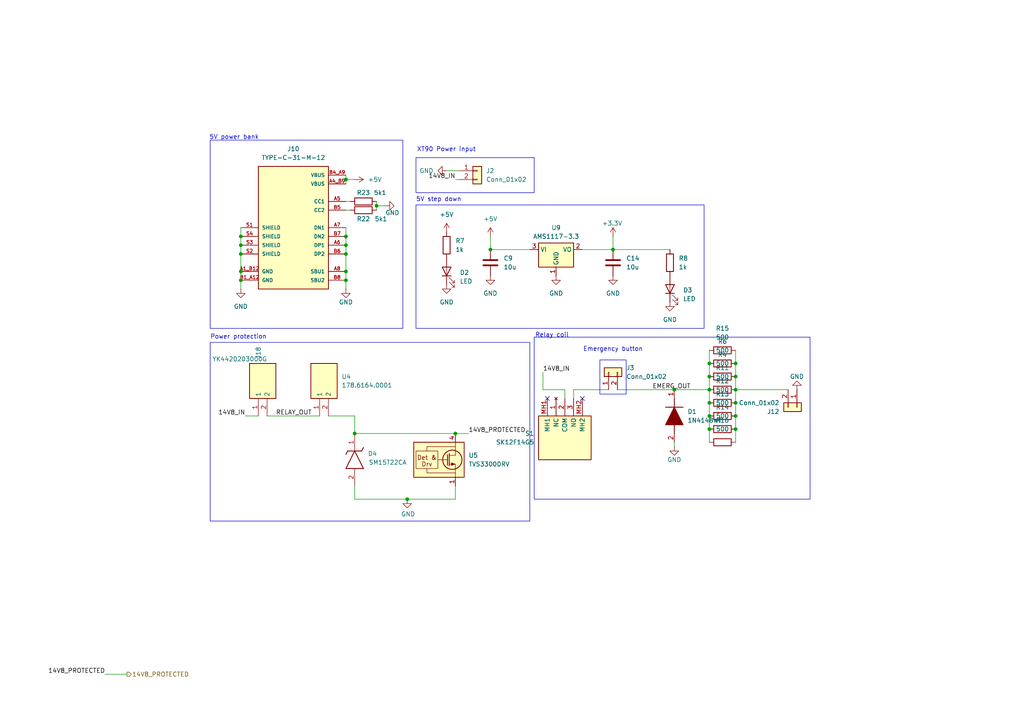
<source format=kicad_sch>
(kicad_sch (version 20250114) (generator "eeschema") (generator_version "9.0")
  (paper "A4")
  (lib_symbols
    (symbol "178_6164_0001:178.6164.0001"
      (property "Reference" "U" (at 16.51 7.62 0))
      (property "Value" "178.6164.0001" (at 16.51 5.08 0))
      (symbol "178.6164.0001_1_1"
        (rectangle (start 5.08 2.54) (end 15.24 -5.08) (stroke (width 0.254)) (fill (type background)))
        (pin passive line (at 0 0 0) (length 5.08) (name "1") (number "1"))
        (pin passive line (at 0 -2.54 0) (length 5.08) (name "2") (number "2"))
      )
    )
    (symbol "1N4148WT:1N4148WT" (pin_names (hide yes))
      (property "Reference" "D" (at 11.43 5.08 0))
      (property "Value" "1N4148WT" (at 11.43 2.54 0))
      (symbol "1N4148WT_1_1"
        (polyline (pts (xy 2.54 0) (xy 5.08 0)) (stroke (width 0.254)))
        (polyline (pts (xy 5.08 2.54) (xy 5.08 -2.54)) (stroke (width 0.254)))
        (polyline (pts (xy 5.08 0) (xy 10.16 2.54) (xy 10.16 -2.54) (xy 5.08 0)) (stroke (width 0.254)) (fill (type outline)))
        (polyline (pts (xy 10.16 0) (xy 12.7 0)) (stroke (width 0.254)))
        (pin passive line (at 0 0 0) (length 2.54) (name "K") (number "1"))
        (pin passive line (at 15.24 0 180) (length 2.54) (name "A") (number "2"))
      )
    )
    (symbol "Connector_Generic:Conn_01x02" (pin_names (offset 1.016) (hide yes))
      (property "Reference" "J" (at 0 2.54 0))
      (property "Value" "Conn_01x02" (at 0 -5.08 0))
      (symbol "Conn_01x02_1_1"
        (rectangle (start -1.27 1.27) (end 1.27 -3.81) (stroke (width 0.254)) (fill (type background)))
        (rectangle (start -1.27 0.127) (end 0 -0.127) (stroke (width 0.1524)))
        (rectangle (start -1.27 -2.413) (end 0 -2.667) (stroke (width 0.1524)))
        (pin passive line (at -5.08 0 0) (length 3.81) (name "Pin_1") (number "1"))
        (pin passive line (at -5.08 -2.54 0) (length 3.81) (name "Pin_2") (number "2"))
      )
    )
    (symbol "Device:C" (pin_numbers (hide yes)) (pin_names (offset 0.254))
      (property "Reference" "C" (at 0.635 2.54 0))
      (property "Value" "C" (at 0.635 -2.54 0))
      (symbol "C_0_1"
        (polyline (pts (xy -2.032 0.762) (xy 2.032 0.762)) (stroke (width 0.508)))
        (polyline (pts (xy -2.032 -0.762) (xy 2.032 -0.762)) (stroke (width 0.508)))
      )
      (symbol "C_1_1"
        (pin passive line (at 0 3.81 270) (length 2.794) (name "~") (number "1"))
        (pin passive line (at 0 -3.81 90) (length 2.794) (name "~") (number "2"))
      )
    )
    (symbol "Device:LED" (pin_numbers (hide yes)) (pin_names (offset 1.016) (hide yes))
      (property "Reference" "D" (at 0 2.54 0))
      (property "Value" "LED" (at 0 -2.54 0))
      (symbol "LED_0_1"
        (polyline (pts (xy -3.048 -0.762) (xy -4.572 -2.286) (xy -3.81 -2.286) (xy -4.572 -2.286) (xy -4.572 -1.524)))
        (polyline (pts (xy -1.778 -0.762) (xy -3.302 -2.286) (xy -2.54 -2.286) (xy -3.302 -2.286) (xy -3.302 -1.524)))
        (polyline (pts (xy -1.27 0) (xy 1.27 0)))
        (polyline (pts (xy -1.27 -1.27) (xy -1.27 1.27)) (stroke (width 0.254)))
        (polyline (pts (xy 1.27 -1.27) (xy 1.27 1.27) (xy -1.27 0) (xy 1.27 -1.27)) (stroke (width 0.254)))
      )
      (symbol "LED_1_1"
        (pin passive line (at -3.81 0 0) (length 2.54) (name "K") (number "1"))
        (pin passive line (at 3.81 0 180) (length 2.54) (name "A") (number "2"))
      )
    )
    (symbol "Device:R" (pin_numbers (hide yes)) (pin_names (offset 0))
      (property "Reference" "R" (at 2.032 0 90))
      (property "Value" "R" (at 0 0 90))
      (symbol "R_0_1"
        (rectangle (start -1.016 -2.54) (end 1.016 2.54) (stroke (width 0.254)))
      )
      (symbol "R_1_1"
        (pin passive line (at 0 3.81 270) (length 1.27) (name "~") (number "1"))
        (pin passive line (at 0 -3.81 90) (length 1.27) (name "~") (number "2"))
      )
    )
    (symbol "Power_Protection:TVS3300DRV" (pin_names (offset 0) (hide yes))
      (property "Reference" "U" (at 2.54 1.27 0))
      (property "Value" "TVS3300DRV" (at 2.54 -1.27 0))
      (symbol "TVS3300DRV_0_0"
        (rectangle (start -11.43 2.54) (end -5.08 -2.54))
        (polyline (pts (xy -8.255 2.54) (xy -8.255 3.81) (xy 0 3.81)))
        (polyline (pts (xy -8.255 -2.54) (xy -8.255 -3.81) (xy 0 -3.81)))
        (polyline (pts (xy 0 1.27) (xy -1.778 1.27)))
        (text "Det &" (at -8.255 0.635 0) (effects (font (size 1.27 1.27))))
        (text "Drv" (at -8.255 -1.27 0) (effects (font (size 1.27 1.27))))
      )
      (symbol "TVS3300DRV_0_1"
        (rectangle (start -12.065 5.08) (end 2.54 -5.08) (stroke (width 0.254)) (fill (type background)))
        (polyline (pts (xy -2.286 1.397) (xy -2.286 -1.524)) (stroke (width 0.254)))
        (polyline (pts (xy -2.286 0) (xy -5.08 0)))
        (polyline (pts (xy -1.778 1.778) (xy -1.778 -1.778)) (stroke (width 0.254)))
        (circle (center -0.889 0) (radius 2.794) (stroke (width 0.254)))
        (polyline (pts (xy -0.127 -1.27) (xy -1.143 -1.651) (xy -1.143 -0.889) (xy -0.127 -1.27)) (fill (type outline)))
        (polyline (pts (xy 0 5.08) (xy 0 2.54)))
        (polyline (pts (xy 0 2.54) (xy 0 1.27)))
        (polyline (pts (xy 0 -2.54) (xy 0 -5.08)))
        (polyline (pts (xy 0 -2.54) (xy 0 -1.27) (xy -1.778 -1.27)))
      )
      (symbol "TVS3300DRV_1_1"
        (pin passive line (at 0 7.62 270) (length 2.54) (name "IN") (number "4"))
        (pin passive line (at 0 7.62 270) (length 2.54) (hide yes) (name "IN") (number "5"))
        (pin passive line (at 0 7.62 270) (length 2.54) (hide yes) (name "IN") (number "6"))
        (pin power_in line (at 0 -7.62 90) (length 2.54) (name "GND") (number "1"))
        (pin passive line (at 0 -7.62 90) (length 2.54) (hide yes) (name "GND") (number "2"))
        (pin passive line (at 0 -7.62 90) (length 2.54) (hide yes) (name "GND") (number "3"))
        (pin passive line (at 0 -7.62 90) (length 2.54) (hide yes) (name "GND") (number "7"))
      )
    )
    (symbol "Regulator_Linear:AMS1117-3.3"
      (property "Reference" "U" (at -3.81 3.175 0))
      (property "Value" "AMS1117-3.3" (at 0 3.175 0))
      (symbol "AMS1117-3.3_0_1"
        (rectangle (start -5.08 -5.08) (end 5.08 1.905) (stroke (width 0.254)) (fill (type background)))
      )
      (symbol "AMS1117-3.3_1_1"
        (pin power_in line (at -7.62 0 0) (length 2.54) (name "VI") (number "3"))
        (pin power_in line (at 0 -7.62 90) (length 2.54) (name "GND") (number "1"))
        (pin power_out line (at 7.62 0 180) (length 2.54) (name "VO") (number "2"))
      )
    )
    (symbol "SK12F14G5:SK12F14G5"
      (property "Reference" "S" (at 19.05 7.62 0))
      (property "Value" "SK12F14G5" (at 19.05 5.08 0))
      (symbol "SK12F14G5_1_1"
        (rectangle (start 5.08 2.54) (end 17.78 -12.7) (stroke (width 0.254)) (fill (type background)))
        (pin passive line (at 0 0 0) (length 5.08) (name "MH1") (number "MH1"))
        (pin no_connect line (at 0 -2.54 0) (length 5.08) (name "NC") (number "1"))
        (pin passive line (at 0 -5.08 0) (length 5.08) (name "COM") (number "2"))
        (pin passive line (at 0 -7.62 0) (length 5.08) (name "NO") (number "3"))
        (pin passive line (at 0 -10.16 0) (length 5.08) (name "MH2") (number "MH2"))
      )
    )
    (symbol "SM15T22A:SM15T22A" (pin_names (hide yes))
      (property "Reference" "D" (at 10.16 8.89 0))
      (property "Value" "SM15T22A" (at 10.16 6.35 0))
      (symbol "SM15T22A_1_1"
        (polyline (pts (xy 4.064 2.54) (xy 5.08 2.032)) (stroke (width 0.254)))
        (polyline (pts (xy 5.08 0) (xy 10.16 2.54)) (stroke (width 0.254)))
        (polyline (pts (xy 5.08 -2.032) (xy 5.08 2.032)) (stroke (width 0.254)))
        (polyline (pts (xy 5.08 -2.032) (xy 6.096 -2.54)) (stroke (width 0.254)))
        (polyline (pts (xy 10.16 -2.54) (xy 5.08 0)) (stroke (width 0.254)))
        (polyline (pts (xy 10.16 -2.54) (xy 10.16 2.54)) (stroke (width 0.254)))
        (pin passive line (at 0 0 0) (length 5.08) (name "K") (number "1"))
        (pin passive line (at 15.24 0 180) (length 5.08) (name "A") (number "2"))
      )
    )
    (symbol "TYPE-C-31-M-12:TYPE-C-31-M-12" (pin_names (offset 1.016))
      (property "Reference" "J" (at 0 16.51 0))
      (property "Value" "TYPE-C-31-M-12" (at 0 15.24 0))
      (symbol "TYPE-C-31-M-12_0_0"
        (rectangle (start -10.16 12.7) (end 10.16 -22.86) (stroke (width 0.254)) (fill (type background)))
        (pin power_in line (at -15.24 10.16 0) (length 5.08) (name "VBUS") (number "B4_A9"))
        (pin power_in line (at -15.24 7.62 0) (length 5.08) (name "VBUS") (number "A4_B9"))
        (pin bidirectional line (at -15.24 2.54 0) (length 5.08) (name "CC1") (number "A5"))
        (pin bidirectional line (at -15.24 0 0) (length 5.08) (name "CC2") (number "B5"))
        (pin bidirectional line (at -15.24 -5.08 0) (length 5.08) (name "DN1") (number "A7"))
        (pin bidirectional line (at -15.24 -7.62 0) (length 5.08) (name "DN2") (number "B7"))
        (pin bidirectional line (at -15.24 -10.16 0) (length 5.08) (name "DP1") (number "A6"))
        (pin bidirectional line (at -15.24 -12.7 0) (length 5.08) (name "DP2") (number "B6"))
        (pin bidirectional line (at -15.24 -17.78 0) (length 5.08) (name "SBU1") (number "A8"))
        (pin bidirectional line (at -15.24 -20.32 0) (length 5.08) (name "SBU2") (number "B8"))
        (pin passive line (at 15.24 -7.62 180) (length 5.08) (name "SHIELD") (number "S4"))
        (pin passive line (at 15.24 -10.16 180) (length 5.08) (name "SHIELD") (number "S3"))
        (pin passive line (at 15.24 -12.7 180) (length 5.08) (name "SHIELD") (number "S2"))
        (pin power_in line (at 15.24 -17.78 180) (length 5.08) (name "GND") (number "A1_B12"))
        (pin power_in line (at 15.24 -20.32 180) (length 5.08) (name "GND") (number "B1_A12"))
      )
      (symbol "TYPE-C-31-M-12_1_0"
        (pin passive line (at 15.24 -5.08 180) (length 5.08) (name "SHIELD") (number "S1"))
      )
    )
    (symbol "YK4420203000G:YK4420203000G"
      (property "Reference" "J" (at 16.51 7.62 0))
      (property "Value" "YK4420203000G" (at 16.51 5.08 0))
      (symbol "YK4420203000G_1_1"
        (rectangle (start 5.08 2.54) (end 15.24 -5.08) (stroke (width 0.254)) (fill (type background)))
        (pin passive line (at 0 0 0) (length 5.08) (name "1") (number "1"))
        (pin passive line (at 0 -2.54 0) (length 5.08) (name "2") (number "2"))
      )
    )
    (symbol "power:+3.3V" (power) (pin_numbers (hide yes)) (pin_names (offset 0) (hide yes))
      (property "Value" "+3.3V" (at 0 3.556 0))
      (symbol "+3.3V_0_1"
        (polyline (pts (xy -0.762 1.27) (xy 0 2.54)))
        (polyline (pts (xy 0 2.54) (xy 0.762 1.27)))
        (polyline (pts (xy 0 0) (xy 0 2.54)))
      )
      (symbol "+3.3V_1_1"
        (pin power_in line (at 0 0 90) (length 0) (name "~") (number "1"))
      )
    )
    (symbol "power:+5P" (power) (pin_numbers (hide yes)) (pin_names (offset 0) (hide yes))
      (property "Value" "+5P" (at 0 3.556 0))
      (symbol "+5P_0_1"
        (polyline (pts (xy -0.762 1.27) (xy 0 2.54)))
        (polyline (pts (xy 0 2.54) (xy 0.762 1.27)))
        (polyline (pts (xy 0 0) (xy 0 2.54)))
      )
      (symbol "+5P_1_1"
        (pin power_in line (at 0 0 90) (length 0) (name "~") (number "1"))
      )
    )
    (symbol "power:+5V" (power) (pin_numbers (hide yes)) (pin_names (offset 0) (hide yes))
      (property "Value" "+5V" (at 0 3.556 0))
      (symbol "+5V_0_1"
        (polyline (pts (xy -0.762 1.27) (xy 0 2.54)))
        (polyline (pts (xy 0 2.54) (xy 0.762 1.27)))
        (polyline (pts (xy 0 0) (xy 0 2.54)))
      )
      (symbol "+5V_1_1"
        (pin power_in line (at 0 0 90) (length 0) (name "~") (number "1"))
      )
    )
    (symbol "power:GND" (power) (pin_numbers (hide yes)) (pin_names (offset 0) (hide yes))
      (property "Value" "GND" (at 0 -3.81 0))
      (symbol "GND_0_1"
        (polyline (pts (xy 0 0) (xy 0 -1.27) (xy 1.27 -1.27) (xy 0 -2.54) (xy -1.27 -1.27) (xy 0 -1.27)))
      )
      (symbol "GND_1_1"
        (pin power_in line (at 0 0 270) (length 0) (name "~") (number "1"))
      )
    )
  )
  (rectangle (start 60.96 99.314) (end 153.67 151.13))
  (rectangle (start 120.65 59.436) (end 204.216 95.25))
  (rectangle (start 60.96 40.64) (end 116.84 95.25))
  (rectangle (start 120.65 45.72) (end 154.94 55.88))
  (rectangle (start 173.99 104.394) (end 181.61 114.3))
  (rectangle (start 154.94 97.79) (end 234.95 144.78))
  (text "5V step down" (at 127.254 57.912 0) (effects (font (size 1.27 1.27))))
  (text "XT90 Power input" (at 120.904 43.434 0) (effects (font (size 1.27 1.27)) (justify left)))
  (text "5V power bank" (at 60.706 39.878 0) (effects (font (size 1.27 1.27)) (justify left)))
  (text "Emergency button" (at 177.8 101.346 0) (effects (font (size 1.27 1.27))))
  (text "Power protection" (at 60.96 97.79 0) (effects (font (size 1.27 1.27)) (justify left)))
  (text "Relay coil" (at 155.194 97.282 0) (effects (font (size 1.27 1.27)) (justify left)))
  (junction (at 213.36 105.41))
  (junction (at 205.74 105.41))
  (junction (at 205.74 124.46))
  (junction (at 142.24 72.39))
  (junction (at 118.11 144.78))
  (junction (at 100.33 71.12))
  (junction (at 69.85 81.28))
  (junction (at 69.85 78.74))
  (junction (at 69.85 71.12))
  (junction (at 69.85 73.66))
  (junction (at 213.36 113.03))
  (junction (at 100.33 52.07))
  (junction (at 213.36 120.65))
  (junction (at 109.22 59.69))
  (junction (at 100.33 73.66))
  (junction (at 213.36 109.22))
  (junction (at 100.33 78.74))
  (junction (at 69.85 68.58))
  (junction (at 213.36 116.84))
  (junction (at 205.74 120.65))
  (junction (at 100.33 68.58))
  (junction (at 102.87 125.73))
  (junction (at 132.08 125.73))
  (junction (at 100.33 81.28))
  (junction (at 205.74 109.22))
  (junction (at 205.74 113.03))
  (junction (at 205.74 116.84))
  (junction (at 195.58 113.03))
  (junction (at 177.8 72.39))
  (junction (at 213.36 124.46))
  (no_connect (at 158.75 115.57))
  (no_connect (at 168.91 115.57))
  (wire (pts (xy 100.33 50.8) (xy 100.33 52.07)))
  (wire (pts (xy 102.87 144.78) (xy 118.11 144.78)))
  (wire (pts (xy 100.33 58.42) (xy 101.6 58.42)))
  (wire (pts (xy 100.33 68.58) (xy 100.33 71.12)))
  (wire (pts (xy 195.58 128.27) (xy 195.58 129.54)))
  (wire (pts (xy 69.85 71.12) (xy 69.85 73.66)))
  (wire (pts (xy 205.74 120.65) (xy 205.74 124.46)))
  (wire (pts (xy 109.22 59.69) (xy 109.22 60.96)))
  (wire (pts (xy 213.36 113.03) (xy 228.6 113.03)))
  (wire (pts (xy 205.74 109.22) (xy 205.74 113.03)))
  (wire (pts (xy 118.11 144.78) (xy 132.08 144.78)))
  (wire (pts (xy 195.58 113.03) (xy 205.74 113.03)))
  (wire (pts (xy 179.07 113.03) (xy 195.58 113.03)))
  (wire (pts (xy 30.48 195.58) (xy 36.83 195.58)))
  (wire (pts (xy 129.54 49.53) (xy 133.35 49.53)))
  (wire (pts (xy 100.33 52.07) (xy 100.33 53.34)))
  (wire (pts (xy 213.36 116.84) (xy 213.36 120.65)))
  (wire (pts (xy 100.33 66.04) (xy 100.33 68.58)))
  (wire (pts (xy 168.91 72.39) (xy 177.8 72.39)))
  (wire (pts (xy 77.47 120.65) (xy 92.71 120.65)))
  (wire (pts (xy 100.33 71.12) (xy 100.33 73.66)))
  (wire (pts (xy 205.74 124.46) (xy 205.74 128.27)))
  (wire (pts (xy 205.74 105.41) (xy 205.74 109.22)))
  (wire (pts (xy 213.36 113.03) (xy 213.36 116.84)))
  (wire (pts (xy 213.36 124.46) (xy 213.36 128.27)))
  (wire (pts (xy 177.8 72.39) (xy 194.31 72.39)))
  (wire (pts (xy 213.36 120.65) (xy 213.36 124.46)))
  (wire (pts (xy 166.37 113.03) (xy 176.53 113.03)))
  (wire (pts (xy 102.87 125.73) (xy 132.08 125.73)))
  (wire (pts (xy 213.36 105.41) (xy 213.36 109.22)))
  (wire (pts (xy 102.87 144.78) (xy 102.87 140.97)))
  (wire (pts (xy 102.87 120.65) (xy 102.87 125.73)))
  (wire (pts (xy 71.12 120.65) (xy 74.93 120.65)))
  (wire (pts (xy 205.74 101.6) (xy 205.74 105.41)))
  (wire (pts (xy 142.24 72.39) (xy 153.67 72.39)))
  (wire (pts (xy 157.48 113.03) (xy 163.83 113.03)))
  (wire (pts (xy 132.08 125.73) (xy 135.89 125.73)))
  (wire (pts (xy 132.08 52.07) (xy 133.35 52.07)))
  (wire (pts (xy 69.85 78.74) (xy 69.85 81.28)))
  (wire (pts (xy 95.25 120.65) (xy 102.87 120.65)))
  (wire (pts (xy 142.24 68.58) (xy 142.24 72.39)))
  (wire (pts (xy 100.33 60.96) (xy 101.6 60.96)))
  (wire (pts (xy 100.33 73.66) (xy 100.33 78.74)))
  (wire (pts (xy 205.74 116.84) (xy 205.74 120.65)))
  (wire (pts (xy 69.85 68.58) (xy 69.85 71.12)))
  (wire (pts (xy 69.85 73.66) (xy 69.85 78.74)))
  (wire (pts (xy 163.83 113.03) (xy 163.83 115.57)))
  (wire (pts (xy 157.48 107.95) (xy 157.48 113.03)))
  (wire (pts (xy 177.8 68.58) (xy 177.8 72.39)))
  (wire (pts (xy 213.36 109.22) (xy 213.36 113.03)))
  (wire (pts (xy 109.22 59.69) (xy 111.76 59.69)))
  (wire (pts (xy 109.22 58.42) (xy 109.22 59.69)))
  (wire (pts (xy 166.37 113.03) (xy 166.37 115.57)))
  (wire (pts (xy 100.33 52.07) (xy 102.87 52.07)))
  (wire (pts (xy 100.33 78.74) (xy 100.33 81.28)))
  (wire (pts (xy 205.74 113.03) (xy 205.74 116.84)))
  (wire (pts (xy 69.85 66.04) (xy 69.85 68.58)))
  (wire (pts (xy 69.85 81.28) (xy 69.85 83.82)))
  (wire (pts (xy 213.36 101.6) (xy 213.36 105.41)))
  (wire (pts (xy 100.33 81.28) (xy 100.33 83.82)))
  (wire (pts (xy 132.08 144.78) (xy 132.08 140.97)))
  (label "14V8_PROTECTED" (at 135.89 125.73 0))
  (label "14V8_IN" (at 157.48 107.95 0))
  (label "14V8_IN" (at 132.08 52.07 180))
  (label "14V8_IN" (at 71.12 120.65 180))
  (label "RELAY_OUT" (at 80.01 120.65 0))
  (label "14V8_PROTECTED" (at 30.48 195.58 180))
  (label "EMERG_OUT" (at 189.23 113.03 0))
  (hierarchical_label "14V8_PROTECTED" (shape output) (at 36.83 195.58 0))
  (symbol (lib_id "power:GND") (at 194.31 87.63 0) (unit 1)
    (property "Reference" "#PWR039" (effects (hide yes)))
    (property "Value" "GND" (at 194.31 92.71 0))
    (property "Description" "Power symbol creates a global label with name \"GND\" , ground" (effects (hide yes)))
  )
  (symbol (lib_id "Device:R") (at 105.41 58.42 270) (mirror x) (unit 1)
    (property "Reference" "R23" (at 105.41 55.88 90))
    (property "Value" "5k1" (at 110.236 55.88 90))
    (property "Footprint" "Resistor_SMD:R_0805_2012Metric" (effects (hide yes)))
    (property "Description" "Resistor" (effects (hide yes)))
  )
  (symbol (lib_id "Device:R") (at 209.55 124.46 90) (unit 1)
    (property "Reference" "R14" (at 209.55 118.11 90))
    (property "Value" "500" (at 209.55 120.65 90))
    (property "Footprint" "Resistor_SMD:R_0805_2012Metric" (effects (hide yes)))
    (property "Description" "Resistor" (effects (hide yes)))
  )
  (symbol (lib_id "Device:LED") (at 194.31 83.82 90) (unit 1)
    (property "Reference" "D3" (at 198.12 84.1374 90) (effects (justify right)))
    (property "Value" "LED" (at 198.12 86.6774 90) (effects (justify right)))
    (property "Footprint" "LED_SMD:LED_0805_2012Metric" (effects (hide yes)))
    (property "Description" "Light emitting diode" (effects (hide yes)))
  )
  (symbol (lib_id "power:+3.3V") (at 177.8 68.58 0) (unit 1)
    (property "Reference" "#PWR037" (effects (hide yes)))
    (property "Value" "+3.3V" (at 177.546 64.77 0))
    (property "Description" "Power symbol creates a global label with name \"+3.3V\"" (effects (hide yes)))
  )
  (symbol (lib_id "Device:R") (at 209.55 109.22 90) (unit 1)
    (property "Reference" "R4" (at 209.55 102.87 90))
    (property "Value" "500" (at 209.55 105.41 90))
    (property "Footprint" "Resistor_SMD:R_0805_2012Metric" (effects (hide yes)))
    (property "Description" "Resistor" (effects (hide yes)))
  )
  (symbol (lib_id "power:+5V") (at 102.87 52.07 270) (unit 1)
    (property "Reference" "#PWR09" (effects (hide yes)))
    (property "Value" "+5V" (at 106.68 52.0699 90) (effects (justify left)))
    (property "Description" "Power symbol creates a global label with name \"+5V\"" (effects (hide yes)))
  )
  (symbol (lib_id "power:GND") (at 118.11 144.78 0) (unit 1)
    (property "Reference" "#PWR027" (effects (hide yes)))
    (property "Value" "GND" (at 118.364 149.098 0))
    (property "Description" "Power symbol creates a global label with name \"GND\" , ground" (effects (hide yes)))
  )
  (symbol (lib_id "Device:C") (at 142.24 76.2 0) (unit 1)
    (property "Reference" "C9" (at 146.05 74.9299 0) (effects (justify left)))
    (property "Value" "10u" (at 146.05 77.4699 0) (effects (justify left)))
    (property "Footprint" "Capacitor_SMD:C_0805_2012Metric" (effects (hide yes)))
    (property "Description" "Unpolarized capacitor" (effects (hide yes)))
  )
  (symbol (lib_id "1N4148WT:1N4148WT") (at 195.58 113.03 270) (unit 1)
    (property "Reference" "D1" (at 199.39 119.3799 90) (effects (justify left)))
    (property "Value" "1N4148WT" (at 199.39 121.9199 90) (effects (justify left)))
    (property "Footprint" "iprl_footprints:SODFL1608X70N" (effects (hide yes)))
    (property "Datasheet" "https://datasheet.lcsc.com/szlcsc/Semtech-1N4148WT_C27748.pdf" (effects (hide yes)))
    (property "Description" "Switching Diode 75V 200mA 1V @ 10mA 4ns SOD-523 RoHS" (effects (hide yes)))
    (property "Height" "0.7" (effects (hide yes)))
    (property "Manufacturer_Name" "SEMTECH" (effects (hide yes)))
    (property "Manufacturer_Part_Number" "1N4148WT" (effects (hide yes)))
  )
  (symbol (lib_id "power:GND") (at 129.54 49.53 270) (unit 1)
    (property "Reference" "#PWR01" (effects (hide yes)))
    (property "Value" "GND" (at 125.73 49.5299 90) (effects (justify right)))
    (property "Description" "Power symbol creates a global label with name \"GND\" , ground" (effects (hide yes)))
  )
  (symbol (lib_id "TYPE-C-31-M-12:TYPE-C-31-M-12") (at 85.09 60.96 0) (mirror y) (unit 1)
    (property "Reference" "J10" (at 85.09 43.18 0))
    (property "Value" "TYPE-C-31-M-12" (at 85.09 45.72 0))
    (property "Footprint" "iprl_footprints:TYPE-C-31-M-12" (effects (hide yes)))
    (property "PARTREV" "2020.12.08" (effects (hide yes)))
    (property "MANUFACTURER" "HRO Electronics Co., Ltd." (effects (hide yes)))
    (property "SNAPEDA_PN" "TYPE-C-31-M-12" (effects (hide yes)))
    (property "MAXIMUM_PACKAGE_HEIGHT" "3.26 mm" (effects (hide yes)))
    (property "STANDARD" "Manufacturer Recommendations" (effects (hide yes)))
  )
  (symbol (lib_id "Device:R") (at 209.55 128.27 90) (unit 1)
    (property "Reference" "R16" (at 209.55 121.92 90))
    (property "Value" "500" (at 209.55 124.46 90))
    (property "Footprint" "Resistor_SMD:R_0805_2012Metric" (effects (hide yes)))
    (property "Description" "Resistor" (effects (hide yes)))
  )
  (symbol (lib_id "Device:R") (at 209.55 116.84 90) (unit 1)
    (property "Reference" "R12" (at 209.55 110.49 90))
    (property "Value" "500" (at 209.55 113.03 90))
    (property "Footprint" "Resistor_SMD:R_0805_2012Metric" (effects (hide yes)))
    (property "Description" "Resistor" (effects (hide yes)))
  )
  (symbol (lib_id "Regulator_Linear:AMS1117-3.3") (at 161.29 72.39 0) (unit 1)
    (property "Reference" "U9" (at 161.29 66.04 0))
    (property "Value" "AMS1117-3.3" (at 161.29 68.58 0))
    (property "Footprint" "Package_TO_SOT_SMD:SOT-223-3_TabPin2" (effects (hide yes)))
    (property "Datasheet" "http://www.advanced-monolithic.com/pdf/ds1117.pdf" (effects (hide yes)))
    (property "Description" "1A Low Dropout regulator, positive, 3.3V fixed output, SOT-223" (effects (hide yes)))
  )
  (symbol (lib_id "SM15T22A:SM15T22A") (at 102.87 125.73 270) (unit 1)
    (property "Reference" "D4" (at 106.68 131.5719 90) (effects (justify left)))
    (property "Value" "SM15T22CA" (at 106.934 134.112 90) (effects (justify left)))
    (property "Footprint" "iprl_footprints:DIOM8059X265N" (effects (hide yes)))
    (property "Datasheet" "https://www.st.com/resource/en/datasheet/sm15t100a.pdf" (effects (hide yes)))
    (property "Description" "Peak pulse power:  1500 W (10/1000 us)  up to 10 kW (8/20 us)  Stand-off voltage range from 5 V to 188 V  Unidirectional and bidirectional types  Low leakage current: 0.2 A at 25 C  Operating Tj  max: 150 C  High power capability at Tj  max.: up to 1250 W (10/1000 s)  Lead finishing: matte tin plating" (effects (hide yes)))
    (property "Height" "2.65" (effects (hide yes)))
    (property "Manufacturer_Name" "STMicroelectronics" (effects (hide yes)))
    (property "Manufacturer_Part_Number" "SM15T22A" (effects (hide yes)))
    (property "Mouser Part Number" "511-SM15T22A" (effects (hide yes)))
    (property "Mouser Price/Stock" "https://www.mouser.com/Search/Refine.aspx?Keyword=511-SM15T22A" (effects (hide yes)))
    (property "Arrow Part Number" "SM15T22A" (effects (hide yes)))
    (property "Arrow Price/Stock" "https://www.arrow.com/en/products/sm15t22a/stmicroelectronics" (effects (hide yes)))
  )
  (symbol (lib_id "Connector_Generic:Conn_01x02") (at 176.53 107.95 90) (unit 1)
    (property "Reference" "J3" (at 181.61 106.6799 90) (effects (justify right)))
    (property "Value" "Conn_01x02" (at 181.61 109.2199 90) (effects (justify right)))
    (property "Footprint" "TerminalBlock:TerminalBlock_Altech_AK300-2_P5.00mm" (effects (hide yes)))
    (property "Description" "Generic connector, single row, 01x02, script generated (kicad-library-utils/schlib/autogen/connector/)" (effects (hide yes)))
  )
  (symbol (lib_id "Device:R") (at 209.55 101.6 90) (unit 1)
    (property "Reference" "R15" (at 209.55 95.25 90))
    (property "Value" "500" (at 209.55 97.79 90))
    (property "Footprint" "Resistor_SMD:R_0805_2012Metric" (effects (hide yes)))
    (property "Description" "Resistor" (effects (hide yes)))
  )
  (symbol (lib_id "power:GND") (at 111.76 59.69 90) (unit 1)
    (property "Reference" "#PWR010" (effects (hide yes)))
    (property "Value" "GND" (at 111.76 61.722 90) (effects (justify right)))
    (property "Description" "Power symbol creates a global label with name \"GND\" , ground" (effects (hide yes)))
  )
  (symbol (lib_id "power:+5P") (at 142.24 68.58 0) (unit 1)
    (property "Reference" "#PWR033" (effects (hide yes)))
    (property "Value" "+5V" (at 142.24 63.5 0))
    (property "Description" "Power symbol creates a global label with name \"+5P\"" (effects (hide yes)))
  )
  (symbol (lib_id "power:GND") (at 69.85 83.82 0) (unit 1)
    (property "Reference" "#PWR08" (effects (hide yes)))
    (property "Value" "GND" (at 69.85 88.9 0))
    (property "Description" "Power symbol creates a global label with name \"GND\" , ground" (effects (hide yes)))
  )
  (symbol (lib_id "power:GND") (at 129.54 82.55 0) (unit 1)
    (property "Reference" "#PWR032" (effects (hide yes)))
    (property "Value" "GND" (at 129.54 87.63 0))
    (property "Description" "Power symbol creates a global label with name \"GND\" , ground" (effects (hide yes)))
  )
  (symbol (lib_id "power:GND") (at 161.29 80.01 0) (unit 1)
    (property "Reference" "#PWR036" (effects (hide yes)))
    (property "Value" "GND" (at 161.29 85.09 0))
    (property "Description" "Power symbol creates a global label with name \"GND\" , ground" (effects (hide yes)))
  )
  (symbol (lib_id "178_6164_0001:178.6164.0001") (at 92.71 120.65 90) (unit 1)
    (property "Reference" "U4" (at 99.06 109.2199 90) (effects (justify right)))
    (property "Value" "178.6164.0001" (at 99.06 111.7599 90) (effects (justify right)))
    (property "Footprint" "iprl_footprints:178.6164.XXX1" (effects (hide yes)))
    (property "Datasheet" "http://www.littelfuse.com/~/media/commercial-vehicle/datasheets/automotive-fuse-holders/ato/littelfuse-fuse-holder-ato-flr-pcb-datasheet.pdf" (effects (hide yes)))
    (property "Description" "LITTELFUSE - 178.6164.0001 - FUSE HOLDER, 80V, THROUGH HOLE" (effects (hide yes)))
    (property "Mouser Part Number" "576-178.6164.0001" (effects (hide yes)))
    (property "Mouser Price/Stock" "https://www.mouser.co.uk/ProductDetail/Littelfuse/178.6164.0001?qs=W9dJx%252BPHassxdC44BkmxSg%3D%3D" (effects (hide yes)))
    (property "Manufacturer_Name" "LITTELFUSE" (effects (hide yes)))
    (property "Manufacturer_Part_Number" "178.6164.0001" (effects (hide yes)))
  )
  (symbol (lib_id "power:GND") (at 100.33 83.82 0) (unit 1)
    (property "Reference" "#PWR011" (effects (hide yes)))
    (property "Value" "GND" (at 100.33 87.63 0))
    (property "Description" "Power symbol creates a global label with name \"GND\" , ground" (effects (hide yes)))
  )
  (symbol (lib_id "Connector_Generic:Conn_01x02") (at 231.14 118.11 270) (unit 1)
    (property "Reference" "J12" (at 226.06 119.3801 90) (effects (justify right)))
    (property "Value" "Conn_01x02" (at 226.06 116.8401 90) (effects (justify right)))
    (property "Footprint" "TerminalBlock:TerminalBlock_Altech_AK300-2_P5.00mm" (effects (hide yes)))
    (property "Description" "Generic connector, single row, 01x02, script generated (kicad-library-utils/schlib/autogen/connector/)" (effects (hide yes)))
  )
  (symbol (lib_id "Power_Protection:TVS3300DRV") (at 132.08 133.35 0) (unit 1)
    (property "Reference" "U5" (at 135.89 132.0799 0) (effects (justify left)))
    (property "Value" "TVS3300DRV" (at 135.89 134.6199 0) (effects (justify left)))
    (property "Footprint" "Package_SON:WSON-6-1EP_2x2mm_P0.65mm_EP1x1.6mm" (effects (hide yes)))
    (property "Datasheet" "http://www.ti.com/lit/ds/symlink/tvs3300.pdf" (effects (hide yes)))
    (property "Description" "Flat-Clamp Surge Protection Device. 33Vrwm, WSON-6" (effects (hide yes)))
  )
  (symbol (lib_id "Device:R") (at 209.55 113.03 90) (unit 1)
    (property "Reference" "R11" (at 209.55 106.68 90))
    (property "Value" "500" (at 209.55 109.22 90))
    (property "Footprint" "Resistor_SMD:R_0805_2012Metric" (effects (hide yes)))
    (property "Description" "Resistor" (effects (hide yes)))
  )
  (symbol (lib_id "SK12F14G5:SK12F14G5") (at 158.75 115.57 90) (mirror x) (unit 1)
    (property "Reference" "S1" (at 154.94 125.7299 90) (effects (justify left)))
    (property "Value" "SK12F14G5" (at 154.94 128.2699 90) (effects (justify left)))
    (property "Footprint" "iprl_footprints:SK12F14G5" (effects (hide yes)))
    (property "Datasheet" "https://wmsc.lcsc.com/wmsc/upload/file/pdf/v2/lcsc/2108201830_SHOU-HAN-SK12F14G5_C2887263.pdf" (effects (hide yes)))
    (property "Description" "300mA SPDT 50V 5 Plugin Slide Switches ROHS" (effects (hide yes)))
    (property "Height" "6.3" (effects (hide yes)))
    (property "Manufacturer_Name" "C & K COMPONENTS" (effects (hide yes)))
    (property "Manufacturer_Part_Number" "SK12F14G5" (effects (hide yes)))
    (property "Mouser Part Number" "611-SK12F14G5" (effects (hide yes)))
    (property "Mouser Price/Stock" "https://www.mouser.co.uk/ProductDetail/CK/SK12F14G5?qs=Gufeu08L%2Fl2wEXubSryWrQ%3D%3D" (effects (hide yes)))
  )
  (symbol (lib_id "power:GND") (at 195.58 129.54 0) (unit 1)
    (property "Reference" "#PWR06" (effects (hide yes)))
    (property "Value" "GND" (at 195.58 133.35 0))
    (property "Description" "Power symbol creates a global label with name \"GND\" , ground" (effects (hide yes)))
  )
  (symbol (lib_id "Device:R") (at 209.55 120.65 90) (unit 1)
    (property "Reference" "R13" (at 209.55 114.3 90))
    (property "Value" "500" (at 209.55 116.84 90))
    (property "Footprint" "Resistor_SMD:R_0805_2012Metric" (effects (hide yes)))
    (property "Description" "Resistor" (effects (hide yes)))
  )
  (symbol (lib_id "power:GND") (at 231.14 113.03 180) (unit 1)
    (property "Reference" "#PWR057" (effects (hide yes)))
    (property "Value" "GND" (at 231.14 109.22 0))
    (property "Description" "Power symbol creates a global label with name \"GND\" , ground" (effects (hide yes)))
  )
  (symbol (lib_id "Device:R") (at 129.54 71.12 0) (unit 1)
    (property "Reference" "R7" (at 132.08 69.8499 0) (effects (justify left)))
    (property "Value" "1k" (at 132.08 72.3899 0) (effects (justify left)))
    (property "Footprint" "Resistor_SMD:R_0805_2012Metric" (effects (hide yes)))
    (property "Description" "Resistor" (effects (hide yes)))
  )
  (symbol (lib_id "Device:LED") (at 129.54 78.74 90) (unit 1)
    (property "Reference" "D2" (at 133.35 79.0574 90) (effects (justify right)))
    (property "Value" "LED" (at 133.35 81.5974 90) (effects (justify right)))
    (property "Footprint" "LED_SMD:LED_0805_2012Metric" (effects (hide yes)))
    (property "Description" "Light emitting diode" (effects (hide yes)))
  )
  (symbol (lib_id "Device:R") (at 194.31 76.2 0) (unit 1)
    (property "Reference" "R8" (at 196.85 74.9299 0) (effects (justify left)))
    (property "Value" "1k" (at 196.85 77.4699 0) (effects (justify left)))
    (property "Footprint" "Resistor_SMD:R_0805_2012Metric" (effects (hide yes)))
    (property "Description" "Resistor" (effects (hide yes)))
  )
  (symbol (lib_id "power:GND") (at 177.8 80.01 0) (unit 1)
    (property "Reference" "#PWR038" (effects (hide yes)))
    (property "Value" "GND" (at 177.8 85.09 0))
    (property "Description" "Power symbol creates a global label with name \"GND\" , ground" (effects (hide yes)))
  )
  (symbol (lib_id "Device:R") (at 209.55 105.41 90) (unit 1)
    (property "Reference" "R6" (at 209.55 99.06 90))
    (property "Value" "500" (at 209.55 101.6 90))
    (property "Footprint" "Resistor_SMD:R_0805_2012Metric" (effects (hide yes)))
    (property "Description" "Resistor" (effects (hide yes)))
  )
  (symbol (lib_id "power:GND") (at 142.24 80.01 0) (unit 1)
    (property "Reference" "#PWR035" (effects (hide yes)))
    (property "Value" "GND" (at 142.24 85.09 0))
    (property "Description" "Power symbol creates a global label with name \"GND\" , ground" (effects (hide yes)))
  )
  (symbol (lib_id "Connector_Generic:Conn_01x02") (at 138.43 49.53 0) (unit 1)
    (property "Reference" "J2" (at 140.97 49.5299 0) (effects (justify left)))
    (property "Value" "Conn_01x02" (at 140.97 52.0699 0) (effects (justify left)))
    (property "Footprint" "Connector_AMASS:AMASS_XT90PW-M_1x02_P10.90mm_Horizontal" (effects (hide yes)))
    (property "Description" "Generic connector, single row, 01x02, script generated (kicad-library-utils/schlib/autogen/connector/)" (effects (hide yes)))
  )
  (symbol (lib_id "Device:C") (at 177.8 76.2 0) (unit 1)
    (property "Reference" "C14" (at 181.61 74.9299 0) (effects (justify left)))
    (property "Value" "10u" (at 181.61 77.4699 0) (effects (justify left)))
    (property "Footprint" "Capacitor_SMD:C_0805_2012Metric" (effects (hide yes)))
    (property "Description" "Unpolarized capacitor" (effects (hide yes)))
  )
  (symbol (lib_id "power:+5P") (at 129.54 67.31 0) (unit 1)
    (property "Reference" "#PWR018" (effects (hide yes)))
    (property "Value" "+5V" (at 129.54 62.23 0))
    (property "Description" "Power symbol creates a global label with name \"+5P\"" (effects (hide yes)))
  )
  (symbol (lib_id "YK4420203000G:YK4420203000G") (at 74.93 120.65 90) (unit 1)
    (property "Reference" "J18" (at 74.9299 104.14 0) (effects (justify left)))
    (property "Value" "YK4420203000G" (at 77.4699 104.14 90) (effects (justify left)))
    (property "Footprint" "iprl_footprints:RHDR2W120P0X950_1X2_2050X1430X1790P" (effects (hide yes)))
    (property "Datasheet" "https://datasheet.datasheetarchive.com/originals/distributors/DKDS-9/179642.pdf" (effects (hide yes)))
    (property "Description" "Barrier Terminal Blocks 950 TB BARRIER" (effects (hide yes)))
    (property "Height" "17.9" (effects (hide yes)))
    (property "Manufacturer_Name" "Amphenol" (effects (hide yes)))
    (property "Manufacturer_Part_Number" "YK4420203000G" (effects (hide yes)))
    (property "Mouser Part Number" "649-YK44202030J0G" (effects (hide yes)))
    (property "Mouser Price/Stock" "https://www.mouser.co.uk/ProductDetail/Amphenol-Anytek/YK4420203000G?qs=Mv7BduZupUhWuK2fy7CpzA%3D%3D" (effects (hide yes)))
  )
  (symbol (lib_id "Device:R") (at 105.41 60.96 270) (mirror x) (unit 1)
    (property "Reference" "R22" (at 105.41 63.5 90))
    (property "Value" "5k1" (at 110.49 63.5 90))
    (property "Footprint" "Resistor_SMD:R_0805_2012Metric" (effects (hide yes)))
    (property "Description" "Resistor" (effects (hide yes)))
  )
)
</source>
